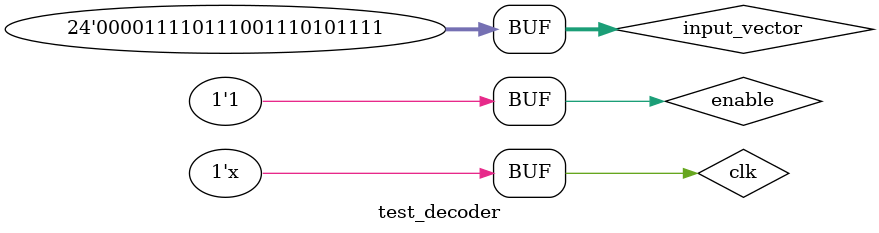
<source format=v>
`timescale 1ns / 1ps


module test_decoder;

	// Inputs
	reg clk;
	reg enable;
	reg [23:0] input_vector;

	// Outputs
	wire [11:0] output_vector;
	wire ready;
	wire finish;

	// Instantiate the Unit Under Test (UUT)
	decoder uut (
		.clk(clk), 
		.enable(enable), 
		.input_vector(input_vector), 
		.output_vector(output_vector), 
		.ready(ready), 
		.finish(finish)
	);
	
	always #10 clk = ~clk;

	initial begin
		// Initialize Inputs
		clk = 0;
		enable = 0;
		input_vector = 0;

		// Wait 100 ns for global reset to finish
		#100;
      input_vector = 24'h0f03af;
		enable = 1;
		#100;
		input_vector = 0;
		enable = 0;
		#100;
		input_vector = 24'h0f73af;
		enable = 1;
		  
		// Add stimulus here

	end
      
endmodule


</source>
